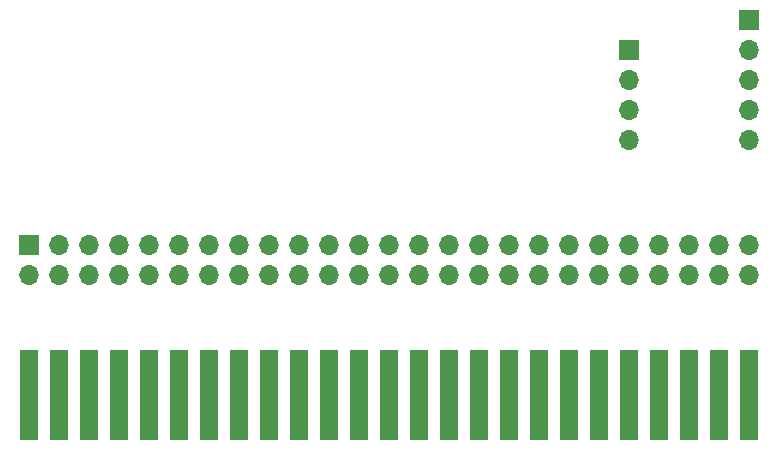
<source format=gbr>
%TF.GenerationSoftware,KiCad,Pcbnew,(6.0.6-0)*%
%TF.CreationDate,2022-10-10T02:33:12+09:00*%
%TF.ProjectId,A2E_Test,4132455f-5465-4737-942e-6b696361645f,rev?*%
%TF.SameCoordinates,Original*%
%TF.FileFunction,Soldermask,Bot*%
%TF.FilePolarity,Negative*%
%FSLAX46Y46*%
G04 Gerber Fmt 4.6, Leading zero omitted, Abs format (unit mm)*
G04 Created by KiCad (PCBNEW (6.0.6-0)) date 2022-10-10 02:33:12*
%MOMM*%
%LPD*%
G01*
G04 APERTURE LIST*
%ADD10R,1.700000X1.700000*%
%ADD11O,1.700000X1.700000*%
%ADD12R,1.524000X7.620000*%
G04 APERTURE END LIST*
D10*
%TO.C,J2*%
X99060000Y-152400000D03*
D11*
X101600000Y-152400000D03*
X104140000Y-152400000D03*
X106680000Y-152400000D03*
X109220000Y-152400000D03*
X111760000Y-152400000D03*
X114300000Y-152400000D03*
X116840000Y-152400000D03*
X119380000Y-152400000D03*
X121920000Y-152400000D03*
X124460000Y-152400000D03*
X127000000Y-152400000D03*
X129540000Y-152400000D03*
X132080000Y-152400000D03*
X134620000Y-152400000D03*
X137160000Y-152400000D03*
X139700000Y-152400000D03*
X142240000Y-152400000D03*
X144780000Y-152400000D03*
X147320000Y-152400000D03*
X149860000Y-152400000D03*
X152400000Y-152400000D03*
X154940000Y-152400000D03*
X157480000Y-152400000D03*
X160020000Y-152400000D03*
X160020000Y-154940000D03*
X157480000Y-154940000D03*
X154940000Y-154940000D03*
X152400000Y-154940000D03*
X149860000Y-154940000D03*
X147320000Y-154940000D03*
X144780000Y-154940000D03*
X142240000Y-154940000D03*
X139700000Y-154940000D03*
X137160000Y-154940000D03*
X134620000Y-154940000D03*
X132080000Y-154940000D03*
X129540000Y-154940000D03*
X127000000Y-154940000D03*
X124460000Y-154940000D03*
X121920000Y-154940000D03*
X119380000Y-154940000D03*
X116840000Y-154940000D03*
X114300000Y-154940000D03*
X111760000Y-154940000D03*
X109220000Y-154940000D03*
X106680000Y-154940000D03*
X104140000Y-154940000D03*
X101600000Y-154940000D03*
X99060000Y-154940000D03*
%TD*%
D10*
%TO.C,J4*%
X160020000Y-133355000D03*
D11*
X160020000Y-135895000D03*
X160020000Y-138435000D03*
X160020000Y-140975000D03*
X160020000Y-143515000D03*
%TD*%
D10*
%TO.C,J3*%
X149860000Y-135900000D03*
D11*
X149860000Y-138440000D03*
X149860000Y-140980000D03*
X149860000Y-143520000D03*
%TD*%
D12*
%TO.C,J1*%
X160020000Y-165100000D03*
X157480000Y-165100000D03*
X154940000Y-165100000D03*
X152400000Y-165100000D03*
X149860000Y-165100000D03*
X147320000Y-165100000D03*
X144780000Y-165100000D03*
X142240000Y-165100000D03*
X139700000Y-165100000D03*
X137160000Y-165100000D03*
X134620000Y-165100000D03*
X132080000Y-165100000D03*
X129540000Y-165100000D03*
X127000000Y-165100000D03*
X124460000Y-165100000D03*
X121920000Y-165100000D03*
X119380000Y-165100000D03*
X116840000Y-165100000D03*
X114300000Y-165100000D03*
X111760000Y-165100000D03*
X109220000Y-165100000D03*
X106680000Y-165100000D03*
X104140000Y-165100000D03*
X101600000Y-165100000D03*
X99060000Y-165100000D03*
%TD*%
M02*

</source>
